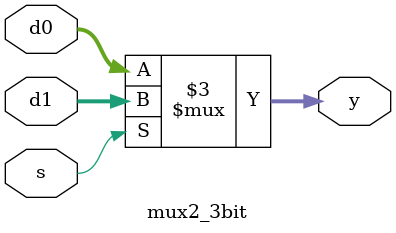
<source format=sv>
module mux2_3bit( input logic[2:0] d0, d1, input logic s,
						output logic[2:0] y) ;
	always_comb
		begin
			if (s)
				y = d1;
			else
				y = d0;
		end
endmodule

</source>
